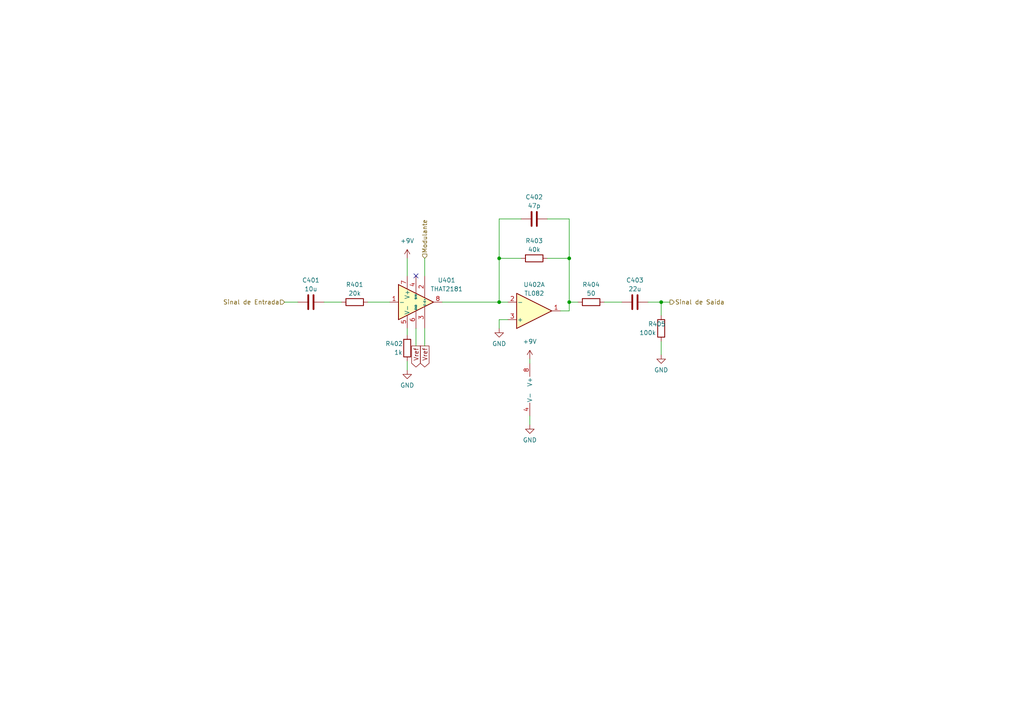
<source format=kicad_sch>
(kicad_sch (version 20211123) (generator eeschema)

  (uuid b0b9ba78-4fd5-4523-8400-6fdfab09349c)

  (paper "A4")

  (lib_symbols
    (symbol "+9V_1" (power) (pin_names (offset 0)) (in_bom yes) (on_board yes)
      (property "Reference" "#PWR0103" (id 0) (at 0 -3.81 0)
        (effects (font (size 1.27 1.27)) hide)
      )
      (property "Value" "+9V_1" (id 1) (at 0 5.08 0)
        (effects (font (size 1.27 1.27)))
      )
      (property "Footprint" "" (id 2) (at 0 0 0)
        (effects (font (size 1.27 1.27)) hide)
      )
      (property "Datasheet" "" (id 3) (at 0 0 0)
        (effects (font (size 1.27 1.27)) hide)
      )
      (property "ki_keywords" "power-flag" (id 4) (at 0 0 0)
        (effects (font (size 1.27 1.27)) hide)
      )
      (property "ki_description" "Power symbol creates a global label with name \"+9V\"" (id 5) (at 0 0 0)
        (effects (font (size 1.27 1.27)) hide)
      )
      (symbol "+9V_1_0_1"
        (polyline
          (pts
            (xy -0.762 1.27)
            (xy 0 2.54)
          )
          (stroke (width 0) (type default) (color 0 0 0 0))
          (fill (type none))
        )
        (polyline
          (pts
            (xy 0 0)
            (xy 0 2.54)
          )
          (stroke (width 0) (type default) (color 0 0 0 0))
          (fill (type none))
        )
        (polyline
          (pts
            (xy 0 2.54)
            (xy 0.762 1.27)
          )
          (stroke (width 0) (type default) (color 0 0 0 0))
          (fill (type none))
        )
      )
      (symbol "+9V_1_1_1"
        (pin power_out line (at 0 0 90) (length 0) hide
          (name "+9V" (effects (font (size 1.27 1.27))))
          (number "1" (effects (font (size 1.27 1.27))))
        )
      )
    )
    (symbol "Amplifier_Audio:THAT2181" (pin_names (offset 0.127)) (in_bom yes) (on_board yes)
      (property "Reference" "U" (id 0) (at 7.62 6.35 0)
        (effects (font (size 1.27 1.27)))
      )
      (property "Value" "THAT2181" (id 1) (at 7.62 3.81 0)
        (effects (font (size 1.27 1.27)))
      )
      (property "Footprint" "" (id 2) (at 0 0 0)
        (effects (font (size 1.27 1.27)) hide)
      )
      (property "Datasheet" "http://www.thatcorp.com/datashts/THAT_2181-Series_Datasheet.pdf" (id 3) (at 0 0 0)
        (effects (font (size 1.27 1.27)) hide)
      )
      (property "ki_keywords" "audio vca" (id 4) (at 0 0 0)
        (effects (font (size 1.27 1.27)) hide)
      )
      (property "ki_description" "Blackmer Trimmable IC Voltage Controlled Amplifiers, SIP-8/SOIC-8" (id 5) (at 0 0 0)
        (effects (font (size 1.27 1.27)) hide)
      )
      (property "ki_fp_filters" "SIP*19x3mm*P2.54mm* SOIC*3.9x4.9mm*P1.27mm*" (id 6) (at 0 0 0)
        (effects (font (size 1.27 1.27)) hide)
      )
      (symbol "THAT2181_0_0"
        (pin power_in line (at -2.54 -7.62 90) (length 3.81)
          (name "V-" (effects (font (size 1.27 1.27))))
          (number "5" (effects (font (size 1.27 1.27))))
        )
        (pin power_in line (at 0 -7.62 90) (length 5.08)
          (name "GND" (effects (font (size 0.508 0.508))))
          (number "6" (effects (font (size 1.27 1.27))))
        )
        (pin power_in line (at -2.54 7.62 270) (length 3.81)
          (name "V+" (effects (font (size 1.27 1.27))))
          (number "7" (effects (font (size 1.27 1.27))))
        )
      )
      (symbol "THAT2181_0_1"
        (polyline
          (pts
            (xy -5.08 5.08)
            (xy 5.08 0)
            (xy -5.08 -5.08)
            (xy -5.08 5.08)
          )
          (stroke (width 0.254) (type default) (color 0 0 0 0))
          (fill (type background))
        )
      )
      (symbol "THAT2181_1_1"
        (pin input line (at -7.62 0 0) (length 2.54)
          (name "-" (effects (font (size 1.27 1.27))))
          (number "1" (effects (font (size 1.27 1.27))))
        )
        (pin input line (at 2.54 7.62 270) (length 6.35)
          (name "E+" (effects (font (size 0.508 0.508))))
          (number "2" (effects (font (size 1.27 1.27))))
        )
        (pin input line (at 2.54 -7.62 90) (length 6.35)
          (name "E-" (effects (font (size 0.508 0.508))))
          (number "3" (effects (font (size 1.27 1.27))))
        )
        (pin input line (at 0 7.62 270) (length 5.08)
          (name "SYM" (effects (font (size 0.508 0.508))))
          (number "4" (effects (font (size 1.27 1.27))))
        )
        (pin output line (at 7.62 0 180) (length 2.54)
          (name "~" (effects (font (size 1.27 1.27))))
          (number "8" (effects (font (size 1.27 1.27))))
        )
      )
    )
    (symbol "Amplifier_Operational:TL082" (pin_names (offset 0.127)) (in_bom yes) (on_board yes)
      (property "Reference" "U" (id 0) (at 0 5.08 0)
        (effects (font (size 1.27 1.27)) (justify left))
      )
      (property "Value" "TL082" (id 1) (at 0 -5.08 0)
        (effects (font (size 1.27 1.27)) (justify left))
      )
      (property "Footprint" "" (id 2) (at 0 0 0)
        (effects (font (size 1.27 1.27)) hide)
      )
      (property "Datasheet" "http://www.ti.com/lit/ds/symlink/tl081.pdf" (id 3) (at 0 0 0)
        (effects (font (size 1.27 1.27)) hide)
      )
      (property "ki_locked" "" (id 4) (at 0 0 0)
        (effects (font (size 1.27 1.27)))
      )
      (property "ki_keywords" "dual opamp" (id 5) (at 0 0 0)
        (effects (font (size 1.27 1.27)) hide)
      )
      (property "ki_description" "Dual JFET-Input Operational Amplifiers, DIP-8/SOIC-8/SSOP-8" (id 6) (at 0 0 0)
        (effects (font (size 1.27 1.27)) hide)
      )
      (property "ki_fp_filters" "SOIC*3.9x4.9mm*P1.27mm* DIP*W7.62mm* TO*99* OnSemi*Micro8* TSSOP*3x3mm*P0.65mm* TSSOP*4.4x3mm*P0.65mm* MSOP*3x3mm*P0.65mm* SSOP*3.9x4.9mm*P0.635mm* LFCSP*2x2mm*P0.5mm* *SIP* SOIC*5.3x6.2mm*P1.27mm*" (id 7) (at 0 0 0)
        (effects (font (size 1.27 1.27)) hide)
      )
      (symbol "TL082_1_1"
        (polyline
          (pts
            (xy -5.08 5.08)
            (xy 5.08 0)
            (xy -5.08 -5.08)
            (xy -5.08 5.08)
          )
          (stroke (width 0.254) (type default) (color 0 0 0 0))
          (fill (type background))
        )
        (pin output line (at 7.62 0 180) (length 2.54)
          (name "~" (effects (font (size 1.27 1.27))))
          (number "1" (effects (font (size 1.27 1.27))))
        )
        (pin input line (at -7.62 -2.54 0) (length 2.54)
          (name "-" (effects (font (size 1.27 1.27))))
          (number "2" (effects (font (size 1.27 1.27))))
        )
        (pin input line (at -7.62 2.54 0) (length 2.54)
          (name "+" (effects (font (size 1.27 1.27))))
          (number "3" (effects (font (size 1.27 1.27))))
        )
      )
      (symbol "TL082_2_1"
        (polyline
          (pts
            (xy -5.08 5.08)
            (xy 5.08 0)
            (xy -5.08 -5.08)
            (xy -5.08 5.08)
          )
          (stroke (width 0.254) (type default) (color 0 0 0 0))
          (fill (type background))
        )
        (pin input line (at -7.62 2.54 0) (length 2.54)
          (name "+" (effects (font (size 1.27 1.27))))
          (number "5" (effects (font (size 1.27 1.27))))
        )
        (pin input line (at -7.62 -2.54 0) (length 2.54)
          (name "-" (effects (font (size 1.27 1.27))))
          (number "6" (effects (font (size 1.27 1.27))))
        )
        (pin output line (at 7.62 0 180) (length 2.54)
          (name "~" (effects (font (size 1.27 1.27))))
          (number "7" (effects (font (size 1.27 1.27))))
        )
      )
      (symbol "TL082_3_1"
        (pin power_in line (at -2.54 -7.62 90) (length 3.81)
          (name "V-" (effects (font (size 1.27 1.27))))
          (number "4" (effects (font (size 1.27 1.27))))
        )
        (pin power_in line (at -2.54 7.62 270) (length 3.81)
          (name "V+" (effects (font (size 1.27 1.27))))
          (number "8" (effects (font (size 1.27 1.27))))
        )
      )
    )
    (symbol "Device:C" (pin_numbers hide) (pin_names (offset 0.254)) (in_bom yes) (on_board yes)
      (property "Reference" "C" (id 0) (at 0.635 2.54 0)
        (effects (font (size 1.27 1.27)) (justify left))
      )
      (property "Value" "C" (id 1) (at 0.635 -2.54 0)
        (effects (font (size 1.27 1.27)) (justify left))
      )
      (property "Footprint" "" (id 2) (at 0.9652 -3.81 0)
        (effects (font (size 1.27 1.27)) hide)
      )
      (property "Datasheet" "~" (id 3) (at 0 0 0)
        (effects (font (size 1.27 1.27)) hide)
      )
      (property "ki_keywords" "cap capacitor" (id 4) (at 0 0 0)
        (effects (font (size 1.27 1.27)) hide)
      )
      (property "ki_description" "Unpolarized capacitor" (id 5) (at 0 0 0)
        (effects (font (size 1.27 1.27)) hide)
      )
      (property "ki_fp_filters" "C_*" (id 6) (at 0 0 0)
        (effects (font (size 1.27 1.27)) hide)
      )
      (symbol "C_0_1"
        (polyline
          (pts
            (xy -2.032 -0.762)
            (xy 2.032 -0.762)
          )
          (stroke (width 0.508) (type default) (color 0 0 0 0))
          (fill (type none))
        )
        (polyline
          (pts
            (xy -2.032 0.762)
            (xy 2.032 0.762)
          )
          (stroke (width 0.508) (type default) (color 0 0 0 0))
          (fill (type none))
        )
      )
      (symbol "C_1_1"
        (pin passive line (at 0 3.81 270) (length 2.794)
          (name "~" (effects (font (size 1.27 1.27))))
          (number "1" (effects (font (size 1.27 1.27))))
        )
        (pin passive line (at 0 -3.81 90) (length 2.794)
          (name "~" (effects (font (size 1.27 1.27))))
          (number "2" (effects (font (size 1.27 1.27))))
        )
      )
    )
    (symbol "Device:R" (pin_numbers hide) (pin_names (offset 0)) (in_bom yes) (on_board yes)
      (property "Reference" "R" (id 0) (at 2.032 0 90)
        (effects (font (size 1.27 1.27)))
      )
      (property "Value" "R" (id 1) (at 0 0 90)
        (effects (font (size 1.27 1.27)))
      )
      (property "Footprint" "" (id 2) (at -1.778 0 90)
        (effects (font (size 1.27 1.27)) hide)
      )
      (property "Datasheet" "~" (id 3) (at 0 0 0)
        (effects (font (size 1.27 1.27)) hide)
      )
      (property "ki_keywords" "R res resistor" (id 4) (at 0 0 0)
        (effects (font (size 1.27 1.27)) hide)
      )
      (property "ki_description" "Resistor" (id 5) (at 0 0 0)
        (effects (font (size 1.27 1.27)) hide)
      )
      (property "ki_fp_filters" "R_*" (id 6) (at 0 0 0)
        (effects (font (size 1.27 1.27)) hide)
      )
      (symbol "R_0_1"
        (rectangle (start -1.016 -2.54) (end 1.016 2.54)
          (stroke (width 0.254) (type default) (color 0 0 0 0))
          (fill (type none))
        )
      )
      (symbol "R_1_1"
        (pin passive line (at 0 3.81 270) (length 1.27)
          (name "~" (effects (font (size 1.27 1.27))))
          (number "1" (effects (font (size 1.27 1.27))))
        )
        (pin passive line (at 0 -3.81 90) (length 1.27)
          (name "~" (effects (font (size 1.27 1.27))))
          (number "2" (effects (font (size 1.27 1.27))))
        )
      )
    )
    (symbol "power:+9V" (power) (pin_names (offset 0)) (in_bom yes) (on_board yes)
      (property "Reference" "#PWR" (id 0) (at 0 -3.81 0)
        (effects (font (size 1.27 1.27)) hide)
      )
      (property "Value" "+9V" (id 1) (at 0 3.556 0)
        (effects (font (size 1.27 1.27)))
      )
      (property "Footprint" "" (id 2) (at 0 0 0)
        (effects (font (size 1.27 1.27)) hide)
      )
      (property "Datasheet" "" (id 3) (at 0 0 0)
        (effects (font (size 1.27 1.27)) hide)
      )
      (property "ki_keywords" "power-flag" (id 4) (at 0 0 0)
        (effects (font (size 1.27 1.27)) hide)
      )
      (property "ki_description" "Power symbol creates a global label with name \"+9V\"" (id 5) (at 0 0 0)
        (effects (font (size 1.27 1.27)) hide)
      )
      (symbol "+9V_0_1"
        (polyline
          (pts
            (xy -0.762 1.27)
            (xy 0 2.54)
          )
          (stroke (width 0) (type default) (color 0 0 0 0))
          (fill (type none))
        )
        (polyline
          (pts
            (xy 0 0)
            (xy 0 2.54)
          )
          (stroke (width 0) (type default) (color 0 0 0 0))
          (fill (type none))
        )
        (polyline
          (pts
            (xy 0 2.54)
            (xy 0.762 1.27)
          )
          (stroke (width 0) (type default) (color 0 0 0 0))
          (fill (type none))
        )
      )
      (symbol "+9V_1_1"
        (pin power_in line (at 0 0 90) (length 0) hide
          (name "+9V" (effects (font (size 1.27 1.27))))
          (number "1" (effects (font (size 1.27 1.27))))
        )
      )
    )
    (symbol "power:GND" (power) (pin_names (offset 0)) (in_bom yes) (on_board yes)
      (property "Reference" "#PWR" (id 0) (at 0 -6.35 0)
        (effects (font (size 1.27 1.27)) hide)
      )
      (property "Value" "GND" (id 1) (at 0 -3.81 0)
        (effects (font (size 1.27 1.27)))
      )
      (property "Footprint" "" (id 2) (at 0 0 0)
        (effects (font (size 1.27 1.27)) hide)
      )
      (property "Datasheet" "" (id 3) (at 0 0 0)
        (effects (font (size 1.27 1.27)) hide)
      )
      (property "ki_keywords" "power-flag" (id 4) (at 0 0 0)
        (effects (font (size 1.27 1.27)) hide)
      )
      (property "ki_description" "Power symbol creates a global label with name \"GND\" , ground" (id 5) (at 0 0 0)
        (effects (font (size 1.27 1.27)) hide)
      )
      (symbol "GND_0_1"
        (polyline
          (pts
            (xy 0 0)
            (xy 0 -1.27)
            (xy 1.27 -1.27)
            (xy 0 -2.54)
            (xy -1.27 -1.27)
            (xy 0 -1.27)
          )
          (stroke (width 0) (type default) (color 0 0 0 0))
          (fill (type none))
        )
      )
      (symbol "GND_1_1"
        (pin power_in line (at 0 0 270) (length 0) hide
          (name "GND" (effects (font (size 1.27 1.27))))
          (number "1" (effects (font (size 1.27 1.27))))
        )
      )
    )
  )

  (junction (at 144.78 74.93) (diameter 0) (color 0 0 0 0)
    (uuid 18000003-50aa-4356-8b36-711604922d9d)
  )
  (junction (at 165.1 87.63) (diameter 0) (color 0 0 0 0)
    (uuid 1b879d54-3d6f-4f39-aef2-759da8ad56a3)
  )
  (junction (at 165.1 74.93) (diameter 0) (color 0 0 0 0)
    (uuid 3105e80e-18ad-4d43-bd7e-ec449c0cfe8f)
  )
  (junction (at 191.77 87.63) (diameter 0) (color 0 0 0 0)
    (uuid bd2755a0-b46d-4fed-bcc2-22066b49bfdd)
  )
  (junction (at 144.78 87.63) (diameter 0) (color 0 0 0 0)
    (uuid bd93d573-3a5b-40ea-bf26-b79c000fa874)
  )

  (no_connect (at 120.65 80.01) (uuid 6cdca805-cebe-4b28-b7e1-9423bff13094))

  (wire (pts (xy 191.77 87.63) (xy 191.77 91.44))
    (stroke (width 0) (type default) (color 0 0 0 0))
    (uuid 015eaccc-d750-4a44-ad8a-b82263fe7857)
  )
  (wire (pts (xy 151.13 74.93) (xy 144.78 74.93))
    (stroke (width 0) (type default) (color 0 0 0 0))
    (uuid 0483c6d8-81c3-49bb-9a10-74d6e3e24d98)
  )
  (wire (pts (xy 128.27 87.63) (xy 144.78 87.63))
    (stroke (width 0) (type default) (color 0 0 0 0))
    (uuid 1e4c5d9f-fc6c-4c94-8eff-671c71683404)
  )
  (wire (pts (xy 144.78 74.93) (xy 144.78 87.63))
    (stroke (width 0) (type default) (color 0 0 0 0))
    (uuid 343f0d22-224f-47a3-95f2-ae570a0d2308)
  )
  (wire (pts (xy 180.34 87.63) (xy 175.26 87.63))
    (stroke (width 0) (type default) (color 0 0 0 0))
    (uuid 36e6de54-fdd3-4760-a1b8-ca455d86c671)
  )
  (wire (pts (xy 158.75 74.93) (xy 165.1 74.93))
    (stroke (width 0) (type default) (color 0 0 0 0))
    (uuid 3fe8c123-c10e-445c-80a2-311a9ecc4fdf)
  )
  (wire (pts (xy 151.13 63.5) (xy 144.78 63.5))
    (stroke (width 0) (type default) (color 0 0 0 0))
    (uuid 42d7bcbd-6217-4ea1-8960-6e7aecab2b69)
  )
  (wire (pts (xy 120.65 95.25) (xy 120.65 100.33))
    (stroke (width 0) (type default) (color 0 0 0 0))
    (uuid 43619952-b6fb-441e-aa4f-a88061de1006)
  )
  (wire (pts (xy 191.77 87.63) (xy 194.31 87.63))
    (stroke (width 0) (type default) (color 0 0 0 0))
    (uuid 59765ec8-2cd8-49c7-9b1b-7a4eeb1a3439)
  )
  (wire (pts (xy 165.1 90.17) (xy 162.56 90.17))
    (stroke (width 0) (type default) (color 0 0 0 0))
    (uuid 5b588504-f781-427b-8555-10540c474ba1)
  )
  (wire (pts (xy 144.78 95.25) (xy 144.78 92.71))
    (stroke (width 0) (type default) (color 0 0 0 0))
    (uuid 62ed32c0-0520-402f-9ae1-169adde87166)
  )
  (wire (pts (xy 144.78 63.5) (xy 144.78 74.93))
    (stroke (width 0) (type default) (color 0 0 0 0))
    (uuid 673f80e0-6db2-4e85-9529-d6190aa5c0ef)
  )
  (wire (pts (xy 153.67 120.65) (xy 153.67 123.19))
    (stroke (width 0) (type default) (color 0 0 0 0))
    (uuid 76e8e463-e05c-469e-bff5-43324742d653)
  )
  (wire (pts (xy 191.77 99.06) (xy 191.77 102.87))
    (stroke (width 0) (type default) (color 0 0 0 0))
    (uuid 7abe0dc3-5498-4a15-9bb9-5afde7e79489)
  )
  (wire (pts (xy 82.55 87.63) (xy 86.36 87.63))
    (stroke (width 0) (type default) (color 0 0 0 0))
    (uuid 7d65ea8e-03a5-474e-a27e-61cdfc0ac04e)
  )
  (wire (pts (xy 153.67 104.14) (xy 153.67 105.41))
    (stroke (width 0) (type default) (color 0 0 0 0))
    (uuid 7f8dea62-d628-433b-bba7-9de594933f25)
  )
  (wire (pts (xy 118.11 104.775) (xy 118.11 107.315))
    (stroke (width 0) (type default) (color 0 0 0 0))
    (uuid 9b4d3363-e0ce-4359-a2a3-f4c5a8875ada)
  )
  (wire (pts (xy 165.1 74.93) (xy 165.1 87.63))
    (stroke (width 0) (type default) (color 0 0 0 0))
    (uuid 9c9c0a68-d330-4e60-90a0-eda048a4433c)
  )
  (wire (pts (xy 93.98 87.63) (xy 99.06 87.63))
    (stroke (width 0) (type default) (color 0 0 0 0))
    (uuid ad61d1c7-7a81-44dc-b9bd-a51cc6f62710)
  )
  (wire (pts (xy 165.1 63.5) (xy 165.1 74.93))
    (stroke (width 0) (type default) (color 0 0 0 0))
    (uuid b118d160-db25-4a2e-a4e5-b34643e47e26)
  )
  (wire (pts (xy 187.96 87.63) (xy 191.77 87.63))
    (stroke (width 0) (type default) (color 0 0 0 0))
    (uuid b5a251de-8ced-4669-bb5f-91bbeab8d59d)
  )
  (wire (pts (xy 118.11 74.93) (xy 118.11 80.01))
    (stroke (width 0) (type default) (color 0 0 0 0))
    (uuid cbf070dd-885b-4431-9d41-d0d9d28db2c0)
  )
  (wire (pts (xy 158.75 63.5) (xy 165.1 63.5))
    (stroke (width 0) (type default) (color 0 0 0 0))
    (uuid d41af5fd-4813-47e4-bf5a-5cf2c4aea946)
  )
  (wire (pts (xy 144.78 92.71) (xy 147.32 92.71))
    (stroke (width 0) (type default) (color 0 0 0 0))
    (uuid d59284f4-f265-45ce-a456-9039f47f13ad)
  )
  (wire (pts (xy 165.1 87.63) (xy 165.1 90.17))
    (stroke (width 0) (type default) (color 0 0 0 0))
    (uuid d6e3ae58-828a-4729-b401-ece9b01a4314)
  )
  (wire (pts (xy 144.78 87.63) (xy 147.32 87.63))
    (stroke (width 0) (type default) (color 0 0 0 0))
    (uuid df53377f-2acd-429e-a6ac-12e089fce89b)
  )
  (wire (pts (xy 123.19 95.25) (xy 123.19 100.33))
    (stroke (width 0) (type default) (color 0 0 0 0))
    (uuid e99c87a0-4744-465d-9ae9-6dff889fc224)
  )
  (wire (pts (xy 165.1 87.63) (xy 167.64 87.63))
    (stroke (width 0) (type default) (color 0 0 0 0))
    (uuid ec978359-e31e-4ebc-ba76-919e7b674fbc)
  )
  (wire (pts (xy 123.19 74.93) (xy 123.19 80.01))
    (stroke (width 0) (type default) (color 0 0 0 0))
    (uuid eef12d39-800f-4b7b-951a-5a072a0761f2)
  )
  (wire (pts (xy 118.11 97.155) (xy 118.11 95.25))
    (stroke (width 0) (type default) (color 0 0 0 0))
    (uuid f18b6520-9a05-41d5-9550-9d5120b47740)
  )
  (wire (pts (xy 106.68 87.63) (xy 113.03 87.63))
    (stroke (width 0) (type default) (color 0 0 0 0))
    (uuid f8ecc31d-113c-4586-ae06-c85bc296e073)
  )

  (global_label "Vref" (shape output) (at 123.19 100.33 270) (fields_autoplaced)
    (effects (font (size 1.27 1.27)) (justify right))
    (uuid 2d507976-7813-4cb3-bfed-6a9b304b08c6)
    (property "Intersheet References" "${INTERSHEET_REFS}" (id 0) (at 123.1106 106.4321 90)
      (effects (font (size 1.27 1.27)) (justify right) hide)
    )
  )
  (global_label "Vref" (shape output) (at 120.65 100.33 270) (fields_autoplaced)
    (effects (font (size 1.27 1.27)) (justify right))
    (uuid ee897146-aa54-4864-b37e-8e9d6a12a087)
    (property "Intersheet References" "${INTERSHEET_REFS}" (id 0) (at 120.5706 106.4321 90)
      (effects (font (size 1.27 1.27)) (justify right) hide)
    )
  )

  (hierarchical_label "Sinal de Entrada" (shape input) (at 82.55 87.63 180)
    (effects (font (size 1.27 1.27)) (justify right))
    (uuid 14f4a62d-86d2-41f4-bbd1-e6340d8808ed)
  )
  (hierarchical_label "Modulante" (shape input) (at 123.19 74.93 90)
    (effects (font (size 1.27 1.27)) (justify left))
    (uuid a4a3a6b5-4dec-4886-a7c9-0215d295bcf7)
  )
  (hierarchical_label "Sinal de Saída" (shape output) (at 194.31 87.63 0)
    (effects (font (size 1.27 1.27)) (justify left))
    (uuid cc16ca0a-6919-4403-afdf-e8322a565fc4)
  )

  (symbol (lib_id "Device:R") (at 191.77 95.25 0) (unit 1)
    (in_bom yes) (on_board yes)
    (uuid 0dcb926e-9f23-4b7b-b832-6c5e5d189760)
    (property "Reference" "R405" (id 0) (at 187.96 93.98 0)
      (effects (font (size 1.27 1.27)) (justify left))
    )
    (property "Value" "100k" (id 1) (at 185.42 96.52 0)
      (effects (font (size 1.27 1.27)) (justify left))
    )
    (property "Footprint" "Resistor_THT:R_Box_L8.4mm_W2.5mm_P5.08mm" (id 2) (at 189.992 95.25 90)
      (effects (font (size 1.27 1.27)) hide)
    )
    (property "Datasheet" "~" (id 3) (at 191.77 95.25 0)
      (effects (font (size 1.27 1.27)) hide)
    )
    (pin "1" (uuid e72fe361-e9a7-48a1-be67-9007bda759c1))
    (pin "2" (uuid d7343f5e-ba40-4d6f-b7c3-b4cff6249448))
  )

  (symbol (lib_id "Device:R") (at 102.87 87.63 90) (unit 1)
    (in_bom yes) (on_board yes)
    (uuid 444567fc-f906-4afa-af27-636a202bc0bb)
    (property "Reference" "R401" (id 0) (at 102.87 82.55 90))
    (property "Value" "20k" (id 1) (at 102.87 85.09 90))
    (property "Footprint" "Resistor_THT:R_Box_L8.4mm_W2.5mm_P5.08mm" (id 2) (at 102.87 89.408 90)
      (effects (font (size 1.27 1.27)) hide)
    )
    (property "Datasheet" "~" (id 3) (at 102.87 87.63 0)
      (effects (font (size 1.27 1.27)) hide)
    )
    (pin "1" (uuid c48c2f2c-0de2-4cf4-8e3b-adddd23a6ed9))
    (pin "2" (uuid 2879275c-99fe-46c1-8483-a2c2b24831d9))
  )

  (symbol (lib_id "power:GND") (at 153.67 123.19 0) (unit 1)
    (in_bom yes) (on_board yes) (fields_autoplaced)
    (uuid 6115f691-3b8d-4f73-b88f-f7b7193d733a)
    (property "Reference" "#PWR0405" (id 0) (at 153.67 129.54 0)
      (effects (font (size 1.27 1.27)) hide)
    )
    (property "Value" "GND" (id 1) (at 153.67 127.635 0))
    (property "Footprint" "" (id 2) (at 153.67 123.19 0)
      (effects (font (size 1.27 1.27)) hide)
    )
    (property "Datasheet" "" (id 3) (at 153.67 123.19 0)
      (effects (font (size 1.27 1.27)) hide)
    )
    (pin "1" (uuid 18495bc2-40ab-40b8-a96c-c5b7a8f4b61b))
  )

  (symbol (lib_id "power:GND") (at 144.78 95.25 0) (unit 1)
    (in_bom yes) (on_board yes) (fields_autoplaced)
    (uuid 642e9e15-4436-4272-96bc-69d0bcd70031)
    (property "Reference" "#PWR0403" (id 0) (at 144.78 101.6 0)
      (effects (font (size 1.27 1.27)) hide)
    )
    (property "Value" "GND" (id 1) (at 144.78 99.695 0))
    (property "Footprint" "" (id 2) (at 144.78 95.25 0)
      (effects (font (size 1.27 1.27)) hide)
    )
    (property "Datasheet" "" (id 3) (at 144.78 95.25 0)
      (effects (font (size 1.27 1.27)) hide)
    )
    (pin "1" (uuid ce6933d1-b67e-41c1-b4bd-7392cf41b32e))
  )

  (symbol (lib_id "power:GND") (at 118.11 107.315 0) (unit 1)
    (in_bom yes) (on_board yes) (fields_autoplaced)
    (uuid 74752ea4-f455-441b-9b8b-c02bde43df9f)
    (property "Reference" "#PWR0402" (id 0) (at 118.11 113.665 0)
      (effects (font (size 1.27 1.27)) hide)
    )
    (property "Value" "GND" (id 1) (at 118.11 111.76 0))
    (property "Footprint" "" (id 2) (at 118.11 107.315 0)
      (effects (font (size 1.27 1.27)) hide)
    )
    (property "Datasheet" "" (id 3) (at 118.11 107.315 0)
      (effects (font (size 1.27 1.27)) hide)
    )
    (pin "1" (uuid 8e29e700-dd3d-46fe-ba7c-d00ea8002641))
  )

  (symbol (lib_id "power:+9V") (at 118.11 74.93 0) (unit 1)
    (in_bom yes) (on_board yes) (fields_autoplaced)
    (uuid 7fc8709c-f6d3-41cb-a6b0-3a126dbfb3fb)
    (property "Reference" "#PWR0401" (id 0) (at 118.11 78.74 0)
      (effects (font (size 1.27 1.27)) hide)
    )
    (property "Value" "+9V" (id 1) (at 118.11 69.85 0))
    (property "Footprint" "" (id 2) (at 118.11 74.93 0)
      (effects (font (size 1.27 1.27)) hide)
    )
    (property "Datasheet" "" (id 3) (at 118.11 74.93 0)
      (effects (font (size 1.27 1.27)) hide)
    )
    (pin "1" (uuid 1dba1b32-30d8-4623-9a6a-c9d44c59f247))
  )

  (symbol (lib_id "Device:C") (at 154.94 63.5 90) (unit 1)
    (in_bom yes) (on_board yes)
    (uuid 8394a388-d814-437b-ab87-b5341473cecb)
    (property "Reference" "C402" (id 0) (at 154.94 57.15 90))
    (property "Value" "47p" (id 1) (at 154.94 59.69 90))
    (property "Footprint" "Capacitor_THT:CP_Radial_D8.0mm_P5.00mm" (id 2) (at 158.75 62.5348 0)
      (effects (font (size 1.27 1.27)) hide)
    )
    (property "Datasheet" "~" (id 3) (at 154.94 63.5 0)
      (effects (font (size 1.27 1.27)) hide)
    )
    (pin "1" (uuid 1e23ccb1-1936-4756-9d2e-d0814cb9c035))
    (pin "2" (uuid 9dbb73bb-b692-4f4f-9a43-805c6d084c19))
  )

  (symbol (lib_id "Amplifier_Audio:THAT2181") (at 120.65 87.63 0) (unit 1)
    (in_bom yes) (on_board yes)
    (uuid a09c9e81-90c2-467c-a27f-f6fdd09265e4)
    (property "Reference" "U401" (id 0) (at 129.54 81.28 0))
    (property "Value" "THAT2181" (id 1) (at 129.54 83.82 0))
    (property "Footprint" "Package_SIP:SIP-8_19x3mm_P2.54mm" (id 2) (at 120.65 87.63 0)
      (effects (font (size 1.27 1.27)) hide)
    )
    (property "Datasheet" "http://www.thatcorp.com/datashts/THAT_2181-Series_Datasheet.pdf" (id 3) (at 120.65 87.63 0)
      (effects (font (size 1.27 1.27)) hide)
    )
    (pin "5" (uuid fc844e73-37e2-48bf-8ec5-caef514d9b91))
    (pin "6" (uuid f8e9ef01-aa8e-42d5-8844-af45bb3f8791))
    (pin "7" (uuid 716ea820-9f6d-4bb0-b663-628088dee38f))
    (pin "1" (uuid 90594fe7-deec-4c25-b399-11e33862c3af))
    (pin "2" (uuid 1d160596-9f39-45b3-8801-41531462e42b))
    (pin "3" (uuid 1629f2ab-6cee-4e69-85f0-79f050ef1397))
    (pin "4" (uuid 06c4c7ef-df6f-4dc8-851b-1fed7ac864a1))
    (pin "8" (uuid a374d63d-cb6a-41c2-bcaa-136622e9146a))
  )

  (symbol (lib_id "Device:R") (at 118.11 100.965 0) (unit 1)
    (in_bom yes) (on_board yes)
    (uuid af897d79-e965-451f-930d-f762975a1f76)
    (property "Reference" "R402" (id 0) (at 111.76 99.695 0)
      (effects (font (size 1.27 1.27)) (justify left))
    )
    (property "Value" "1k" (id 1) (at 114.3 102.235 0)
      (effects (font (size 1.27 1.27)) (justify left))
    )
    (property "Footprint" "Resistor_THT:R_Box_L8.4mm_W2.5mm_P5.08mm" (id 2) (at 116.332 100.965 90)
      (effects (font (size 1.27 1.27)) hide)
    )
    (property "Datasheet" "~" (id 3) (at 118.11 100.965 0)
      (effects (font (size 1.27 1.27)) hide)
    )
    (pin "1" (uuid 882a080f-ccd1-4cec-95cd-aae743ec02be))
    (pin "2" (uuid 94135b73-1b89-4cf2-a84f-a12af1f9761b))
  )

  (symbol (lib_id "Device:C") (at 90.17 87.63 90) (unit 1)
    (in_bom yes) (on_board yes)
    (uuid b40e499b-a568-4368-9e63-89bc7ed66d1a)
    (property "Reference" "C401" (id 0) (at 90.17 81.28 90))
    (property "Value" "10u" (id 1) (at 90.17 83.82 90))
    (property "Footprint" "Capacitor_THT:CP_Radial_D8.0mm_P5.00mm" (id 2) (at 93.98 86.6648 0)
      (effects (font (size 1.27 1.27)) hide)
    )
    (property "Datasheet" "~" (id 3) (at 90.17 87.63 0)
      (effects (font (size 1.27 1.27)) hide)
    )
    (pin "1" (uuid c4b973ba-def3-4c2a-b2bf-721c119be41e))
    (pin "2" (uuid 4fbdb17c-2683-49d1-8b45-b334d7796ccd))
  )

  (symbol (lib_id "power:GND") (at 191.77 102.87 0) (unit 1)
    (in_bom yes) (on_board yes) (fields_autoplaced)
    (uuid bbde2027-6b7f-463a-95eb-354c47f2fc25)
    (property "Reference" "#PWR0406" (id 0) (at 191.77 109.22 0)
      (effects (font (size 1.27 1.27)) hide)
    )
    (property "Value" "GND" (id 1) (at 191.77 107.315 0))
    (property "Footprint" "" (id 2) (at 191.77 102.87 0)
      (effects (font (size 1.27 1.27)) hide)
    )
    (property "Datasheet" "" (id 3) (at 191.77 102.87 0)
      (effects (font (size 1.27 1.27)) hide)
    )
    (pin "1" (uuid 2014328e-a35c-4d38-9d71-f2bc7b4d3cb3))
  )

  (symbol (lib_id "Device:R") (at 171.45 87.63 270) (mirror x) (unit 1)
    (in_bom yes) (on_board yes)
    (uuid da7f0b1e-f5d5-49a1-9cfe-e7c0860c6643)
    (property "Reference" "R404" (id 0) (at 171.45 82.55 90))
    (property "Value" "50" (id 1) (at 171.45 85.09 90))
    (property "Footprint" "Resistor_THT:R_Box_L8.4mm_W2.5mm_P5.08mm" (id 2) (at 171.45 89.408 90)
      (effects (font (size 1.27 1.27)) hide)
    )
    (property "Datasheet" "~" (id 3) (at 171.45 87.63 0)
      (effects (font (size 1.27 1.27)) hide)
    )
    (pin "1" (uuid d5bfc23f-2e2b-42f8-953a-2f549522ce2d))
    (pin "2" (uuid 60dff227-5e09-4bb0-a681-a227b5c808f1))
  )

  (symbol (lib_id "Device:R") (at 154.94 74.93 90) (unit 1)
    (in_bom yes) (on_board yes)
    (uuid dc306d17-f50e-4d96-8ffc-1318aafaf2d0)
    (property "Reference" "R403" (id 0) (at 154.94 69.85 90))
    (property "Value" "40k" (id 1) (at 154.94 72.39 90))
    (property "Footprint" "Resistor_THT:R_Box_L8.4mm_W2.5mm_P5.08mm" (id 2) (at 154.94 76.708 90)
      (effects (font (size 1.27 1.27)) hide)
    )
    (property "Datasheet" "~" (id 3) (at 154.94 74.93 0)
      (effects (font (size 1.27 1.27)) hide)
    )
    (pin "1" (uuid 3299dc4b-ad03-4019-ba6d-cc9d35b6040d))
    (pin "2" (uuid 1b97d5fc-883e-4e3d-8f3d-20a3b6bd9296))
  )

  (symbol (lib_name "+9V_1") (lib_id "power:+9V") (at 153.67 104.14 0) (unit 1)
    (in_bom yes) (on_board yes) (fields_autoplaced)
    (uuid e0829e29-067f-42ea-91c3-17c170b9e711)
    (property "Reference" "#PWR0404" (id 0) (at 153.67 107.95 0)
      (effects (font (size 1.27 1.27)) hide)
    )
    (property "Value" "+9V" (id 1) (at 153.67 99.06 0))
    (property "Footprint" "" (id 2) (at 153.67 104.14 0)
      (effects (font (size 1.27 1.27)) hide)
    )
    (property "Datasheet" "" (id 3) (at 153.67 104.14 0)
      (effects (font (size 1.27 1.27)) hide)
    )
    (pin "1" (uuid 5e8f0601-ff0a-436c-ab42-127982160858))
  )

  (symbol (lib_id "Amplifier_Operational:TL082") (at 156.21 113.03 0) (unit 3)
    (in_bom yes) (on_board yes) (fields_autoplaced)
    (uuid e21e2eb9-9a2b-47bd-bef0-0f39dcb39798)
    (property "Reference" "U402" (id 0) (at 154.94 111.7599 0)
      (effects (font (size 1.27 1.27)) (justify left) hide)
    )
    (property "Value" "TL082" (id 1) (at 154.94 114.2999 0)
      (effects (font (size 1.27 1.27)) (justify left) hide)
    )
    (property "Footprint" "Package_DIP:DIP-8_W7.62mm" (id 2) (at 156.21 113.03 0)
      (effects (font (size 1.27 1.27)) hide)
    )
    (property "Datasheet" "http://www.ti.com/lit/ds/symlink/tl081.pdf" (id 3) (at 156.21 113.03 0)
      (effects (font (size 1.27 1.27)) hide)
    )
    (pin "4" (uuid 8f70a115-a5fd-4d8c-a666-a25c07c51327))
    (pin "8" (uuid 4d31643e-c145-4e7f-b425-cfad142a3f36))
  )

  (symbol (lib_id "Amplifier_Operational:TL082") (at 154.94 90.17 0) (mirror x) (unit 1)
    (in_bom yes) (on_board yes)
    (uuid e9173975-1d69-48fe-b16d-2420639ac60a)
    (property "Reference" "U402" (id 0) (at 154.94 82.55 0))
    (property "Value" "TL082" (id 1) (at 154.94 85.09 0))
    (property "Footprint" "Package_DIP:DIP-8_W7.62mm" (id 2) (at 154.94 90.17 0)
      (effects (font (size 1.27 1.27)) hide)
    )
    (property "Datasheet" "http://www.ti.com/lit/ds/symlink/tl081.pdf" (id 3) (at 154.94 90.17 0)
      (effects (font (size 1.27 1.27)) hide)
    )
    (pin "1" (uuid 75a4ad09-cd78-429d-b937-b3ae78ef4972))
    (pin "2" (uuid 04594ed6-fb0f-47f2-8482-01b6cc65497f))
    (pin "3" (uuid 9e478f0f-ae5f-4f4f-ba14-de5a5e9be052))
  )

  (symbol (lib_id "Device:C") (at 184.15 87.63 270) (mirror x) (unit 1)
    (in_bom yes) (on_board yes)
    (uuid fe42e6b2-7040-4f2b-8daa-210e3636b2d3)
    (property "Reference" "C403" (id 0) (at 184.15 81.28 90))
    (property "Value" "22u" (id 1) (at 184.15 83.82 90))
    (property "Footprint" "Capacitor_THT:CP_Radial_D8.0mm_P5.00mm" (id 2) (at 180.34 86.6648 0)
      (effects (font (size 1.27 1.27)) hide)
    )
    (property "Datasheet" "~" (id 3) (at 184.15 87.63 0)
      (effects (font (size 1.27 1.27)) hide)
    )
    (pin "1" (uuid efb6ec95-cee9-4d23-a7cb-41e1983d28ec))
    (pin "2" (uuid d23a284b-67d0-4383-9608-844cefd700d4))
  )
)

</source>
